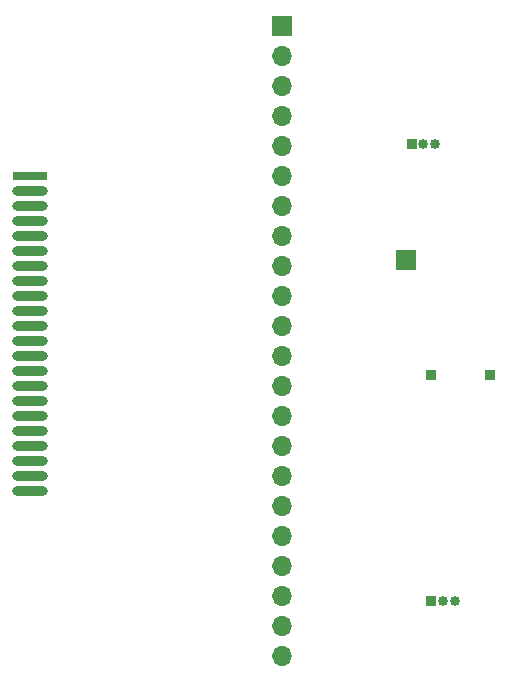
<source format=gbr>
%TF.GenerationSoftware,KiCad,Pcbnew,(5.1.10)-1*%
%TF.CreationDate,2021-07-07T12:53:47+10:00*%
%TF.ProjectId,Converter,436f6e76-6572-4746-9572-2e6b69636164,rev?*%
%TF.SameCoordinates,Original*%
%TF.FileFunction,Soldermask,Top*%
%TF.FilePolarity,Negative*%
%FSLAX46Y46*%
G04 Gerber Fmt 4.6, Leading zero omitted, Abs format (unit mm)*
G04 Created by KiCad (PCBNEW (5.1.10)-1) date 2021-07-07 12:53:47*
%MOMM*%
%LPD*%
G01*
G04 APERTURE LIST*
%ADD10O,3.000000X0.800000*%
%ADD11R,3.000000X0.800000*%
%ADD12R,0.850000X0.850000*%
%ADD13O,0.850000X0.850000*%
%ADD14O,1.700000X1.700000*%
%ADD15R,1.700000X1.700000*%
G04 APERTURE END LIST*
D10*
%TO.C,J1*%
X111060000Y-109760000D03*
X111060000Y-108490000D03*
X111060000Y-107220000D03*
X111060000Y-105950000D03*
X111060000Y-104680000D03*
X111060000Y-103410000D03*
X111060000Y-102140000D03*
X111060000Y-100870000D03*
X111060000Y-99600000D03*
X111060000Y-98330000D03*
X111060000Y-97060000D03*
X111060000Y-95790000D03*
X111060000Y-94520000D03*
X111060000Y-93250000D03*
X111060000Y-91980000D03*
X111060000Y-90710000D03*
X111060000Y-89440000D03*
X111060000Y-88170000D03*
X111060000Y-86900000D03*
X111060000Y-85630000D03*
X111060000Y-84360000D03*
D11*
X111060000Y-83090000D03*
%TD*%
D12*
%TO.C,REF\u002A\u002A*%
X145030000Y-119080000D03*
D13*
X146030000Y-119080000D03*
X147030000Y-119080000D03*
%TD*%
D12*
%TO.C,REF\u002A\u002A*%
X143380000Y-80440000D03*
D13*
X144380000Y-80440000D03*
X145380000Y-80440000D03*
%TD*%
D12*
%TO.C,REF\u002A\u002A*%
X150000000Y-100000000D03*
%TD*%
%TO.C,REF\u002A\u002A*%
X145000000Y-100000000D03*
%TD*%
D14*
%TO.C,J2*%
X132400000Y-123740000D03*
X132400000Y-121200000D03*
X132400000Y-118660000D03*
X132400000Y-116120000D03*
X132400000Y-113580000D03*
X132400000Y-111040000D03*
X132400000Y-108500000D03*
X132400000Y-105960000D03*
X132400000Y-103420000D03*
X132400000Y-100880000D03*
X132400000Y-98340000D03*
X132400000Y-95800000D03*
X132400000Y-93260000D03*
X132400000Y-90720000D03*
X132400000Y-88180000D03*
X132400000Y-85640000D03*
X132400000Y-83100000D03*
X132400000Y-80560000D03*
X132400000Y-78020000D03*
X132400000Y-75480000D03*
X132400000Y-72940000D03*
D15*
X132400000Y-70400000D03*
%TD*%
%TO.C,J3*%
X142900000Y-90270000D03*
%TD*%
M02*

</source>
